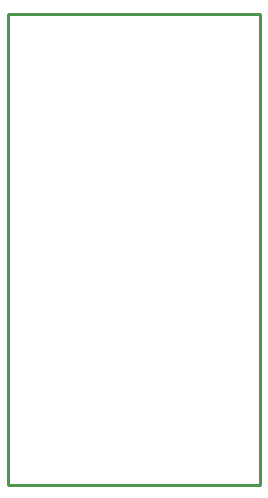
<source format=gko>
%FSLAX44Y44*%
%MOMM*%
G71*
G01*
G75*
G04 Layer_Color=16711935*
%ADD10C,0.2540*%
%ADD11C,0.3810*%
%ADD12C,0.5080*%
%ADD13R,0.9000X1.0000*%
%ADD14R,2.1000X3.0000*%
%ADD15R,0.8000X1.7000*%
%ADD16O,0.8000X1.7000*%
%ADD17R,1.0000X0.9000*%
%ADD18R,1.0000X1.0000*%
%ADD19O,0.6000X1.9000*%
%ADD20R,1.0000X1.0000*%
%ADD21R,1.8000X1.3000*%
%ADD22O,1.5500X0.2500*%
%ADD23O,0.2500X1.5500*%
%ADD24R,2.0000X1.2000*%
%ADD25C,0.7620*%
%ADD26C,1.2700*%
%ADD27C,0.8890*%
%ADD28C,1.6000*%
%ADD29O,1.4000X3.8000*%
%ADD30O,1.5240X2.0320*%
%ADD31C,1.5000*%
%ADD32C,0.7000*%
%ADD33C,1.2000*%
%ADD34C,0.4000*%
%ADD35C,0.2500*%
%ADD36C,0.2000*%
%ADD37C,0.6000*%
%ADD38C,0.1016*%
%ADD39R,1.1032X1.2032*%
%ADD40R,2.3032X3.2032*%
%ADD41R,1.0032X1.9032*%
%ADD42O,1.0032X1.9032*%
%ADD43R,1.2032X1.1032*%
%ADD44R,1.2032X1.2032*%
%ADD45O,0.8032X2.1032*%
%ADD46R,1.2032X1.2032*%
%ADD47R,2.0032X1.5032*%
%ADD48O,1.7532X0.4532*%
%ADD49O,0.4532X1.7532*%
%ADD50R,2.2032X1.4032*%
%ADD51C,1.8032*%
%ADD52O,1.6032X4.0032*%
%ADD53O,1.7272X2.2352*%
%ADD54C,1.7032*%
%ADD55C,0.7508*%
%ADD56C,1.4032*%
D10*
X0Y398780D02*
X213360D01*
Y0D02*
Y398780D01*
X0Y0D02*
Y398780D01*
Y0D02*
X213360D01*
M02*

</source>
